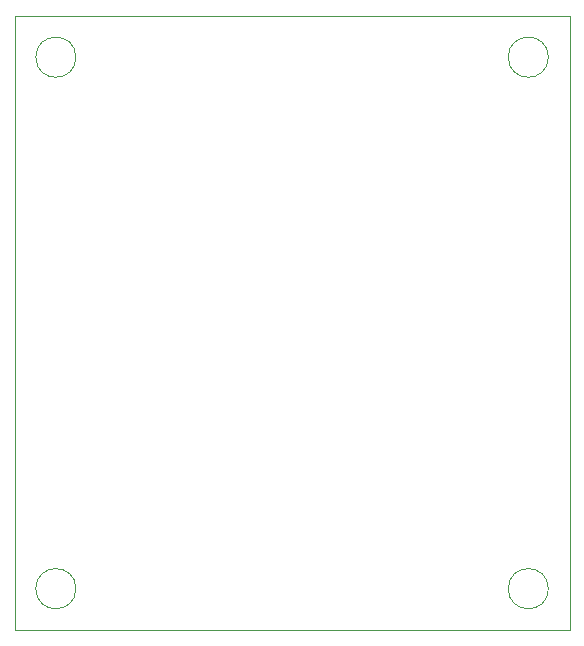
<source format=gm1>
G04 #@! TF.GenerationSoftware,KiCad,Pcbnew,(7.0.0-0)*
G04 #@! TF.CreationDate,2023-05-28T12:49:39+02:00*
G04 #@! TF.ProjectId,bms-breakout-board,626d732d-6272-4656-916b-6f75742d626f,rev?*
G04 #@! TF.SameCoordinates,Original*
G04 #@! TF.FileFunction,Profile,NP*
%FSLAX46Y46*%
G04 Gerber Fmt 4.6, Leading zero omitted, Abs format (unit mm)*
G04 Created by KiCad (PCBNEW (7.0.0-0)) date 2023-05-28 12:49:39*
%MOMM*%
%LPD*%
G01*
G04 APERTURE LIST*
G04 #@! TA.AperFunction,Profile*
%ADD10C,0.100000*%
G04 #@! TD*
G04 APERTURE END LIST*
D10*
X95200000Y-101500000D02*
G75*
G03*
X95200000Y-101500000I-1700000J0D01*
G01*
X50000000Y-150000000D02*
X50000000Y-98000000D01*
X97000000Y-150000000D02*
X50000000Y-150000000D01*
X50000000Y-98000000D02*
X97000000Y-98000000D01*
X97000000Y-98000000D02*
X97000000Y-150000000D01*
X55200000Y-146500000D02*
G75*
G03*
X55200000Y-146500000I-1700000J0D01*
G01*
X95200000Y-146500000D02*
G75*
G03*
X95200000Y-146500000I-1700000J0D01*
G01*
X55200000Y-101500000D02*
G75*
G03*
X55200000Y-101500000I-1700000J0D01*
G01*
M02*

</source>
